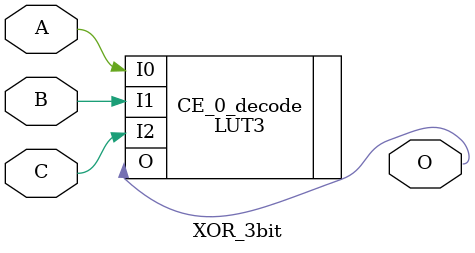
<source format=v>
`timescale 1ns / 1ps


module XOR_3bit(
    input A,
    input B,
    input C,
    output O
    );
  
LUT3 #(
.INIT(64'h96) 
) CE_0_decode (
   .O(O), 
   .I0(A), 
   .I1(B) ,
   .I2(C)
);  
 
endmodule

</source>
